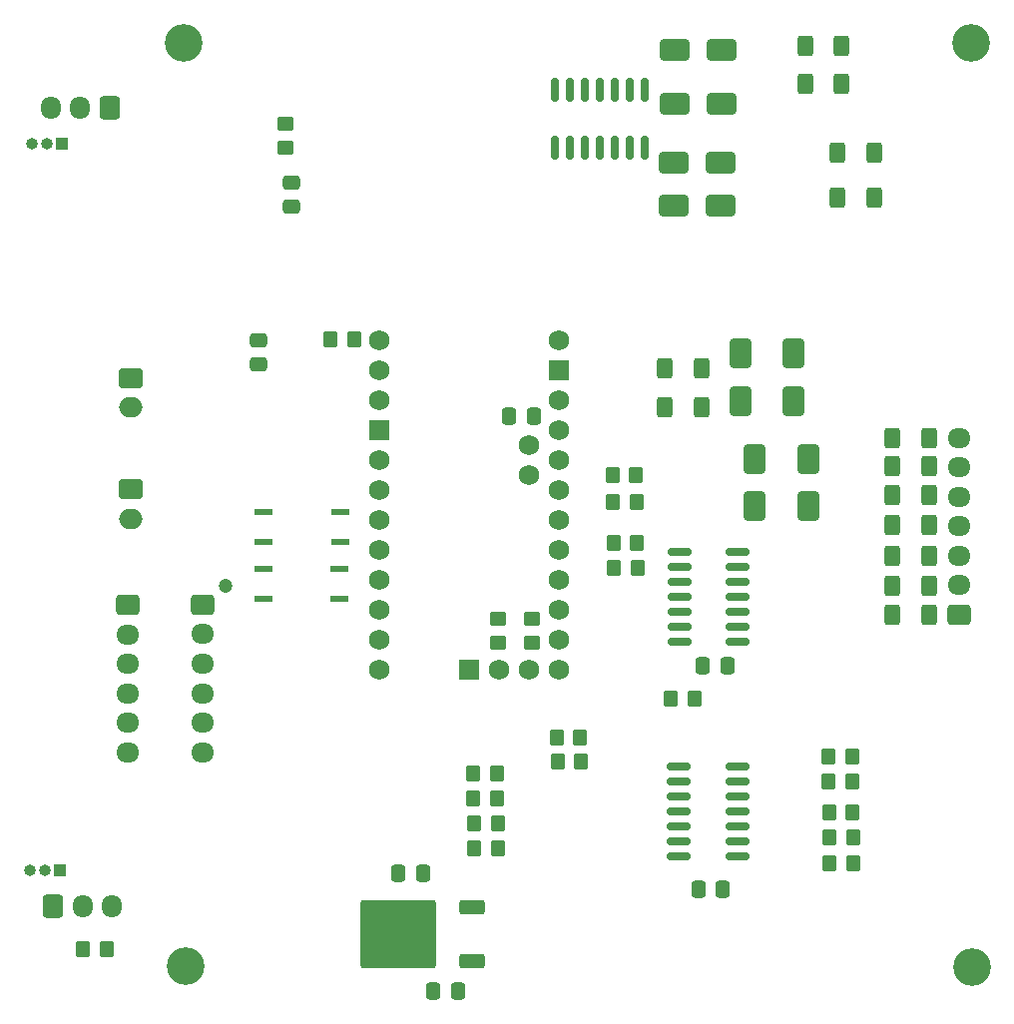
<source format=gbr>
%TF.GenerationSoftware,KiCad,Pcbnew,7.0.9*%
%TF.CreationDate,2024-02-17T17:29:27+05:30*%
%TF.ProjectId,BMS OPAMP,424d5320-4f50-4414-9d50-2e6b69636164,rev?*%
%TF.SameCoordinates,Original*%
%TF.FileFunction,Soldermask,Bot*%
%TF.FilePolarity,Negative*%
%FSLAX46Y46*%
G04 Gerber Fmt 4.6, Leading zero omitted, Abs format (unit mm)*
G04 Created by KiCad (PCBNEW 7.0.9) date 2024-02-17 17:29:27*
%MOMM*%
%LPD*%
G01*
G04 APERTURE LIST*
G04 Aperture macros list*
%AMRoundRect*
0 Rectangle with rounded corners*
0 $1 Rounding radius*
0 $2 $3 $4 $5 $6 $7 $8 $9 X,Y pos of 4 corners*
0 Add a 4 corners polygon primitive as box body*
4,1,4,$2,$3,$4,$5,$6,$7,$8,$9,$2,$3,0*
0 Add four circle primitives for the rounded corners*
1,1,$1+$1,$2,$3*
1,1,$1+$1,$4,$5*
1,1,$1+$1,$6,$7*
1,1,$1+$1,$8,$9*
0 Add four rect primitives between the rounded corners*
20,1,$1+$1,$2,$3,$4,$5,0*
20,1,$1+$1,$4,$5,$6,$7,0*
20,1,$1+$1,$6,$7,$8,$9,0*
20,1,$1+$1,$8,$9,$2,$3,0*%
G04 Aperture macros list end*
%ADD10C,3.200000*%
%ADD11C,1.727200*%
%ADD12R,1.727200X1.727200*%
%ADD13RoundRect,0.250000X-0.725000X0.600000X-0.725000X-0.600000X0.725000X-0.600000X0.725000X0.600000X0*%
%ADD14O,1.950000X1.700000*%
%ADD15RoundRect,0.250000X0.600000X0.725000X-0.600000X0.725000X-0.600000X-0.725000X0.600000X-0.725000X0*%
%ADD16O,1.700000X1.950000*%
%ADD17RoundRect,0.250000X-0.750000X0.600000X-0.750000X-0.600000X0.750000X-0.600000X0.750000X0.600000X0*%
%ADD18O,2.000000X1.700000*%
%ADD19RoundRect,0.250000X0.725000X-0.600000X0.725000X0.600000X-0.725000X0.600000X-0.725000X-0.600000X0*%
%ADD20RoundRect,0.250000X-0.600000X-0.725000X0.600000X-0.725000X0.600000X0.725000X-0.600000X0.725000X0*%
%ADD21RoundRect,0.250000X0.400000X0.625000X-0.400000X0.625000X-0.400000X-0.625000X0.400000X-0.625000X0*%
%ADD22RoundRect,0.137500X0.662500X0.137500X-0.662500X0.137500X-0.662500X-0.137500X0.662500X-0.137500X0*%
%ADD23RoundRect,0.250000X-0.350000X-0.450000X0.350000X-0.450000X0.350000X0.450000X-0.350000X0.450000X0*%
%ADD24RoundRect,0.150000X0.150000X-0.825000X0.150000X0.825000X-0.150000X0.825000X-0.150000X-0.825000X0*%
%ADD25R,1.000000X1.000000*%
%ADD26O,1.000000X1.000000*%
%ADD27RoundRect,0.250000X-0.650000X1.000000X-0.650000X-1.000000X0.650000X-1.000000X0.650000X1.000000X0*%
%ADD28RoundRect,0.150000X-0.825000X-0.150000X0.825000X-0.150000X0.825000X0.150000X-0.825000X0.150000X0*%
%ADD29RoundRect,0.250000X0.350000X0.450000X-0.350000X0.450000X-0.350000X-0.450000X0.350000X-0.450000X0*%
%ADD30RoundRect,0.250000X-0.400000X-0.625000X0.400000X-0.625000X0.400000X0.625000X-0.400000X0.625000X0*%
%ADD31RoundRect,0.250000X1.000000X0.650000X-1.000000X0.650000X-1.000000X-0.650000X1.000000X-0.650000X0*%
%ADD32RoundRect,0.250000X0.475000X-0.337500X0.475000X0.337500X-0.475000X0.337500X-0.475000X-0.337500X0*%
%ADD33RoundRect,0.250000X-0.450000X0.350000X-0.450000X-0.350000X0.450000X-0.350000X0.450000X0.350000X0*%
%ADD34RoundRect,0.250000X0.337500X0.475000X-0.337500X0.475000X-0.337500X-0.475000X0.337500X-0.475000X0*%
%ADD35RoundRect,0.250000X-0.475000X0.337500X-0.475000X-0.337500X0.475000X-0.337500X0.475000X0.337500X0*%
%ADD36C,1.200000*%
%ADD37RoundRect,0.250000X0.850000X0.350000X-0.850000X0.350000X-0.850000X-0.350000X0.850000X-0.350000X0*%
%ADD38RoundRect,0.249997X2.950003X2.650003X-2.950003X2.650003X-2.950003X-2.650003X2.950003X-2.650003X0*%
%ADD39RoundRect,0.250000X-0.337500X-0.475000X0.337500X-0.475000X0.337500X0.475000X-0.337500X0.475000X0*%
G04 APERTURE END LIST*
D10*
%TO.C,H1*%
X104216200Y-19100800D03*
%TD*%
D11*
%TO.C,A1*%
X69215000Y-62103000D03*
X69215000Y-59563000D03*
X69215000Y-57023000D03*
X69215000Y-54483000D03*
X66675000Y-55753000D03*
X66675000Y-53213000D03*
X64135000Y-72263000D03*
X66675000Y-72263000D03*
X53975000Y-46863000D03*
X53975000Y-44323000D03*
X53975000Y-54483000D03*
X53975000Y-57023000D03*
X53975000Y-59563000D03*
X53975000Y-62103000D03*
X53975000Y-64643000D03*
X53975000Y-67183000D03*
X53975000Y-69723000D03*
X53975000Y-72263000D03*
X69215000Y-72263000D03*
X69215000Y-69723000D03*
X69215000Y-67183000D03*
X69215000Y-64643000D03*
D12*
X53975000Y-51943000D03*
X69215000Y-46863000D03*
X61595000Y-72263000D03*
D11*
X69215000Y-44323000D03*
X53975000Y-49403000D03*
X69215000Y-49403000D03*
X69215000Y-51943000D03*
%TD*%
D13*
%TO.C,J1*%
X32639000Y-66802000D03*
D14*
X32639000Y-69302000D03*
X32639000Y-71802000D03*
X32639000Y-74302000D03*
X32639000Y-76802000D03*
X32639000Y-79302000D03*
%TD*%
D15*
%TO.C,J4*%
X31115000Y-24638000D03*
D16*
X28615000Y-24638000D03*
X26115000Y-24638000D03*
%TD*%
D17*
%TO.C,J7*%
X32914000Y-47518000D03*
D18*
X32914000Y-50018000D03*
%TD*%
D17*
%TO.C,J8*%
X32914000Y-56968000D03*
D18*
X32914000Y-59468000D03*
%TD*%
D10*
%TO.C,H2*%
X104241600Y-97485200D03*
%TD*%
D19*
%TO.C,J9*%
X103148800Y-67603400D03*
D14*
X103148800Y-65103400D03*
X103148800Y-62603400D03*
X103148800Y-60103400D03*
X103148800Y-57603400D03*
X103148800Y-55103400D03*
X103148800Y-52603400D03*
%TD*%
D20*
%TO.C,J3*%
X26329000Y-92384000D03*
D16*
X28829000Y-92384000D03*
X31329000Y-92384000D03*
%TD*%
D21*
%TO.C,R63*%
X93218000Y-22619400D03*
X90118000Y-22619400D03*
%TD*%
D22*
%TO.C,U3*%
X50671800Y-58877200D03*
X50671800Y-61417200D03*
X44171800Y-61417200D03*
X44171800Y-58877200D03*
%TD*%
D21*
%TO.C,R57*%
X95986600Y-32220600D03*
X92886600Y-32220600D03*
%TD*%
D23*
%TO.C,R37*%
X73853800Y-61508000D03*
X75853800Y-61508000D03*
%TD*%
D24*
%TO.C,U11*%
X76555000Y-28027400D03*
X75285000Y-28027400D03*
X74015000Y-28027400D03*
X72745000Y-28027400D03*
X71475000Y-28027400D03*
X70205000Y-28027400D03*
X68935000Y-28027400D03*
X68935000Y-23077400D03*
X70205000Y-23077400D03*
X71475000Y-23077400D03*
X72745000Y-23077400D03*
X74015000Y-23077400D03*
X75285000Y-23077400D03*
X76555000Y-23077400D03*
%TD*%
D25*
%TO.C,J6*%
X26908000Y-89281000D03*
D26*
X25638000Y-89281000D03*
X24368000Y-89281000D03*
%TD*%
D27*
%TO.C,D7*%
X85823200Y-54394600D03*
X85823200Y-58394600D03*
%TD*%
%TO.C,D10*%
X89157400Y-45472600D03*
X89157400Y-49472600D03*
%TD*%
D28*
%TO.C,U10*%
X79476600Y-69875400D03*
X79476600Y-68605400D03*
X79476600Y-67335400D03*
X79476600Y-66065400D03*
X79476600Y-64795400D03*
X79476600Y-63525400D03*
X79476600Y-62255400D03*
X84426600Y-62255400D03*
X84426600Y-63525400D03*
X84426600Y-64795400D03*
X84426600Y-66065400D03*
X84426600Y-67335400D03*
X84426600Y-68605400D03*
X84426600Y-69875400D03*
%TD*%
D29*
%TO.C,R15*%
X94116400Y-81737200D03*
X92116400Y-81737200D03*
%TD*%
D23*
%TO.C,R12*%
X69120000Y-80111600D03*
X71120000Y-80111600D03*
%TD*%
D29*
%TO.C,R42*%
X75803000Y-58089800D03*
X73803000Y-58089800D03*
%TD*%
D23*
%TO.C,R19*%
X69043800Y-78054200D03*
X71043800Y-78054200D03*
%TD*%
D30*
%TO.C,F2*%
X97534800Y-55016400D03*
X100634800Y-55016400D03*
%TD*%
D31*
%TO.C,D16*%
X83050800Y-24285800D03*
X79050800Y-24285800D03*
%TD*%
D23*
%TO.C,R9*%
X49850800Y-44272200D03*
X51850800Y-44272200D03*
%TD*%
D32*
%TO.C,C7*%
X43764200Y-46401900D03*
X43764200Y-44326900D03*
%TD*%
D33*
%TO.C,R33*%
X66979800Y-67986400D03*
X66979800Y-69986400D03*
%TD*%
D31*
%TO.C,D11*%
X82974600Y-29311600D03*
X78974600Y-29311600D03*
%TD*%
D21*
%TO.C,R62*%
X93218000Y-19329400D03*
X90118000Y-19329400D03*
%TD*%
D34*
%TO.C,C9*%
X60676700Y-99542600D03*
X58601700Y-99542600D03*
%TD*%
D29*
%TO.C,R29*%
X64042800Y-87452200D03*
X62042800Y-87452200D03*
%TD*%
D35*
%TO.C,C10*%
X46500000Y-30962500D03*
X46500000Y-33037500D03*
%TD*%
D30*
%TO.C,F4*%
X97534800Y-59969400D03*
X100634800Y-59969400D03*
%TD*%
D29*
%TO.C,R31*%
X63966600Y-81076800D03*
X61966600Y-81076800D03*
%TD*%
D33*
%TO.C,R8*%
X46000000Y-26000000D03*
X46000000Y-28000000D03*
%TD*%
D21*
%TO.C,R48*%
X81331400Y-46685200D03*
X78231400Y-46685200D03*
%TD*%
%TO.C,R49*%
X81331400Y-49975200D03*
X78231400Y-49975200D03*
%TD*%
D29*
%TO.C,R2*%
X30845000Y-96012000D03*
X28845000Y-96012000D03*
%TD*%
%TO.C,R16*%
X94192600Y-88696800D03*
X92192600Y-88696800D03*
%TD*%
D34*
%TO.C,C8*%
X57704900Y-89560400D03*
X55629900Y-89560400D03*
%TD*%
D29*
%TO.C,R35*%
X80740000Y-74752200D03*
X78740000Y-74752200D03*
%TD*%
D31*
%TO.C,D12*%
X82949200Y-32918400D03*
X78949200Y-32918400D03*
%TD*%
D30*
%TO.C,F1*%
X97534800Y-52603400D03*
X100634800Y-52603400D03*
%TD*%
D28*
%TO.C,U9*%
X79414600Y-88087200D03*
X79414600Y-86817200D03*
X79414600Y-85547200D03*
X79414600Y-84277200D03*
X79414600Y-83007200D03*
X79414600Y-81737200D03*
X79414600Y-80467200D03*
X84364600Y-80467200D03*
X84364600Y-81737200D03*
X84364600Y-83007200D03*
X84364600Y-84277200D03*
X84364600Y-85547200D03*
X84364600Y-86817200D03*
X84364600Y-88087200D03*
%TD*%
D36*
%TO.C,J2*%
X40972000Y-65175000D03*
D13*
X38972000Y-66775000D03*
D14*
X38972000Y-69275000D03*
X38972000Y-71775000D03*
X38972000Y-74275000D03*
X38972000Y-76775000D03*
X38972000Y-79275000D03*
%TD*%
D21*
%TO.C,R56*%
X95986600Y-28397200D03*
X92886600Y-28397200D03*
%TD*%
D37*
%TO.C,U8*%
X61875200Y-92462000D03*
D38*
X55575200Y-94742000D03*
D37*
X61875200Y-97022000D03*
%TD*%
D10*
%TO.C,H4*%
X37566600Y-97459800D03*
%TD*%
D29*
%TO.C,R28*%
X63992000Y-83210400D03*
X61992000Y-83210400D03*
%TD*%
%TO.C,R18*%
X94091000Y-79679800D03*
X92091000Y-79679800D03*
%TD*%
D25*
%TO.C,J5*%
X27051000Y-27686000D03*
D26*
X25781000Y-27686000D03*
X24511000Y-27686000D03*
%TD*%
D27*
%TO.C,D9*%
X84607400Y-45472600D03*
X84607400Y-49472600D03*
%TD*%
D22*
%TO.C,U5*%
X50646400Y-63754000D03*
X50646400Y-66294000D03*
X44146400Y-66294000D03*
X44146400Y-63754000D03*
%TD*%
D29*
%TO.C,R30*%
X64068200Y-85293200D03*
X62068200Y-85293200D03*
%TD*%
D30*
%TO.C,F7*%
X97508800Y-67589400D03*
X100608800Y-67589400D03*
%TD*%
D27*
%TO.C,D8*%
X90373200Y-54394600D03*
X90373200Y-58394600D03*
%TD*%
D29*
%TO.C,R17*%
X94167200Y-86512400D03*
X92167200Y-86512400D03*
%TD*%
D30*
%TO.C,F3*%
X97534800Y-57429400D03*
X100634800Y-57429400D03*
%TD*%
%TO.C,F5*%
X97534800Y-62636400D03*
X100634800Y-62636400D03*
%TD*%
D23*
%TO.C,R34*%
X73930000Y-63652400D03*
X75930000Y-63652400D03*
%TD*%
D34*
%TO.C,C13*%
X83155700Y-90881200D03*
X81080700Y-90881200D03*
%TD*%
D29*
%TO.C,R43*%
X75777600Y-55753000D03*
X73777600Y-55753000D03*
%TD*%
D30*
%TO.C,F6*%
X97534800Y-65176400D03*
X100634800Y-65176400D03*
%TD*%
D39*
%TO.C,C11*%
X81461700Y-71958200D03*
X83536700Y-71958200D03*
%TD*%
D33*
%TO.C,R32*%
X64029800Y-67986400D03*
X64029800Y-69986400D03*
%TD*%
D34*
%TO.C,C12*%
X67077500Y-50749200D03*
X65002500Y-50749200D03*
%TD*%
D31*
%TO.C,D15*%
X83050800Y-19735800D03*
X79050800Y-19735800D03*
%TD*%
D10*
%TO.C,H3*%
X37363400Y-19100800D03*
%TD*%
D29*
%TO.C,R14*%
X94141800Y-84378800D03*
X92141800Y-84378800D03*
%TD*%
M02*

</source>
